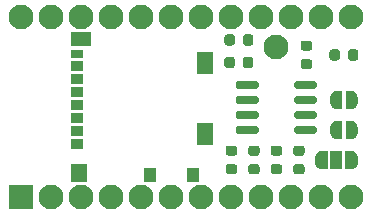
<source format=gbr>
%TF.GenerationSoftware,KiCad,Pcbnew,5.1.9+dfsg1-1~bpo10+1*%
%TF.CreationDate,Date%
%TF.ProjectId,LOG,4c4f472e-6b69-4636-9164-5f7063625858,v1.3*%
%TF.SameCoordinates,Original*%
%TF.FileFunction,Soldermask,Top*%
%TF.FilePolarity,Negative*%
%FSLAX46Y46*%
G04 Gerber Fmt 4.6, Leading zero omitted, Abs format (unit mm)*
G04 Created by KiCad*
%MOMM*%
%LPD*%
G01*
G04 APERTURE LIST*
%ADD10R,2.100000X2.100000*%
%ADD11C,2.100000*%
%ADD12C,0.100000*%
%ADD13R,1.000000X1.500000*%
%ADD14R,1.350000X1.900000*%
%ADD15R,1.000000X1.200000*%
%ADD16R,1.350000X1.550000*%
%ADD17R,1.800000X1.170000*%
%ADD18R,1.100000X0.850000*%
%ADD19R,1.100000X0.750000*%
G04 APERTURE END LIST*
%TO.C,C1*%
G36*
G01*
X18036250Y3525000D02*
X17523750Y3525000D01*
G75*
G02*
X17305000Y3743750I0J218750D01*
G01*
X17305000Y4181250D01*
G75*
G02*
X17523750Y4400000I218750J0D01*
G01*
X18036250Y4400000D01*
G75*
G02*
X18255000Y4181250I0J-218750D01*
G01*
X18255000Y3743750D01*
G75*
G02*
X18036250Y3525000I-218750J0D01*
G01*
G37*
G36*
G01*
X18036250Y1950000D02*
X17523750Y1950000D01*
G75*
G02*
X17305000Y2168750I0J218750D01*
G01*
X17305000Y2606250D01*
G75*
G02*
X17523750Y2825000I218750J0D01*
G01*
X18036250Y2825000D01*
G75*
G02*
X18255000Y2606250I0J-218750D01*
G01*
X18255000Y2168750D01*
G75*
G02*
X18036250Y1950000I-218750J0D01*
G01*
G37*
%TD*%
D10*
%TO.C,A1*%
X0Y0D03*
D11*
X2540000Y0D03*
X5080000Y0D03*
X27940000Y15240000D03*
X7620000Y0D03*
X25400000Y15240000D03*
X10160000Y0D03*
X22860000Y15240000D03*
X12700000Y0D03*
X20320000Y15240000D03*
X15240000Y0D03*
X17780000Y15240000D03*
X17780000Y0D03*
X15240000Y15240000D03*
X20320000Y0D03*
X12700000Y15240000D03*
X22860000Y0D03*
X10160000Y15240000D03*
X25400000Y0D03*
X7620000Y15240000D03*
X27940000Y0D03*
X5080000Y15240000D03*
X2540000Y15240000D03*
X0Y15240000D03*
%TD*%
%TO.C,R1*%
G36*
G01*
X27655000Y11808750D02*
X27655000Y12321250D01*
G75*
G02*
X27873750Y12540000I218750J0D01*
G01*
X28311250Y12540000D01*
G75*
G02*
X28530000Y12321250I0J-218750D01*
G01*
X28530000Y11808750D01*
G75*
G02*
X28311250Y11590000I-218750J0D01*
G01*
X27873750Y11590000D01*
G75*
G02*
X27655000Y11808750I0J218750D01*
G01*
G37*
G36*
G01*
X26080000Y11808750D02*
X26080000Y12321250D01*
G75*
G02*
X26298750Y12540000I218750J0D01*
G01*
X26736250Y12540000D01*
G75*
G02*
X26955000Y12321250I0J-218750D01*
G01*
X26955000Y11808750D01*
G75*
G02*
X26736250Y11590000I-218750J0D01*
G01*
X26298750Y11590000D01*
G75*
G02*
X26080000Y11808750I0J218750D01*
G01*
G37*
%TD*%
D12*
%TO.C,JP3*%
G36*
X27420000Y3925000D02*
G01*
X27970000Y3925000D01*
X27970000Y3924398D01*
X27994534Y3924398D01*
X28043365Y3919588D01*
X28091490Y3910016D01*
X28138445Y3895772D01*
X28183778Y3876995D01*
X28227051Y3853864D01*
X28267850Y3826604D01*
X28305779Y3795476D01*
X28340476Y3760779D01*
X28371604Y3722850D01*
X28398864Y3682051D01*
X28421995Y3638778D01*
X28440772Y3593445D01*
X28455016Y3546490D01*
X28464588Y3498365D01*
X28469398Y3449534D01*
X28469398Y3425000D01*
X28470000Y3425000D01*
X28470000Y2925000D01*
X28469398Y2925000D01*
X28469398Y2900466D01*
X28464588Y2851635D01*
X28455016Y2803510D01*
X28440772Y2756555D01*
X28421995Y2711222D01*
X28398864Y2667949D01*
X28371604Y2627150D01*
X28340476Y2589221D01*
X28305779Y2554524D01*
X28267850Y2523396D01*
X28227051Y2496136D01*
X28183778Y2473005D01*
X28138445Y2454228D01*
X28091490Y2439984D01*
X28043365Y2430412D01*
X27994534Y2425602D01*
X27970000Y2425602D01*
X27970000Y2425000D01*
X27420000Y2425000D01*
X27420000Y3925000D01*
G37*
D13*
X26670000Y3175000D03*
D12*
G36*
X25370000Y2425602D02*
G01*
X25345466Y2425602D01*
X25296635Y2430412D01*
X25248510Y2439984D01*
X25201555Y2454228D01*
X25156222Y2473005D01*
X25112949Y2496136D01*
X25072150Y2523396D01*
X25034221Y2554524D01*
X24999524Y2589221D01*
X24968396Y2627150D01*
X24941136Y2667949D01*
X24918005Y2711222D01*
X24899228Y2756555D01*
X24884984Y2803510D01*
X24875412Y2851635D01*
X24870602Y2900466D01*
X24870602Y2925000D01*
X24870000Y2925000D01*
X24870000Y3425000D01*
X24870602Y3425000D01*
X24870602Y3449534D01*
X24875412Y3498365D01*
X24884984Y3546490D01*
X24899228Y3593445D01*
X24918005Y3638778D01*
X24941136Y3682051D01*
X24968396Y3722850D01*
X24999524Y3760779D01*
X25034221Y3795476D01*
X25072150Y3826604D01*
X25112949Y3853864D01*
X25156222Y3876995D01*
X25201555Y3895772D01*
X25248510Y3910016D01*
X25296635Y3919588D01*
X25345466Y3924398D01*
X25370000Y3924398D01*
X25370000Y3925000D01*
X25920000Y3925000D01*
X25920000Y2425000D01*
X25370000Y2425000D01*
X25370000Y2425602D01*
G37*
%TD*%
%TO.C,D1*%
G36*
G01*
X18065000Y11686250D02*
X18065000Y11173750D01*
G75*
G02*
X17846250Y10955000I-218750J0D01*
G01*
X17408750Y10955000D01*
G75*
G02*
X17190000Y11173750I0J218750D01*
G01*
X17190000Y11686250D01*
G75*
G02*
X17408750Y11905000I218750J0D01*
G01*
X17846250Y11905000D01*
G75*
G02*
X18065000Y11686250I0J-218750D01*
G01*
G37*
G36*
G01*
X19640000Y11686250D02*
X19640000Y11173750D01*
G75*
G02*
X19421250Y10955000I-218750J0D01*
G01*
X18983750Y10955000D01*
G75*
G02*
X18765000Y11173750I0J218750D01*
G01*
X18765000Y11686250D01*
G75*
G02*
X18983750Y11905000I218750J0D01*
G01*
X19421250Y11905000D01*
G75*
G02*
X19640000Y11686250I0J-218750D01*
G01*
G37*
%TD*%
%TO.C,R4*%
G36*
G01*
X18065000Y13591250D02*
X18065000Y13078750D01*
G75*
G02*
X17846250Y12860000I-218750J0D01*
G01*
X17408750Y12860000D01*
G75*
G02*
X17190000Y13078750I0J218750D01*
G01*
X17190000Y13591250D01*
G75*
G02*
X17408750Y13810000I218750J0D01*
G01*
X17846250Y13810000D01*
G75*
G02*
X18065000Y13591250I0J-218750D01*
G01*
G37*
G36*
G01*
X19640000Y13591250D02*
X19640000Y13078750D01*
G75*
G02*
X19421250Y12860000I-218750J0D01*
G01*
X18983750Y12860000D01*
G75*
G02*
X18765000Y13078750I0J218750D01*
G01*
X18765000Y13591250D01*
G75*
G02*
X18983750Y13810000I218750J0D01*
G01*
X19421250Y13810000D01*
G75*
G02*
X19640000Y13591250I0J-218750D01*
G01*
G37*
%TD*%
%TO.C,R6*%
G36*
G01*
X21846250Y3525000D02*
X21333750Y3525000D01*
G75*
G02*
X21115000Y3743750I0J218750D01*
G01*
X21115000Y4181250D01*
G75*
G02*
X21333750Y4400000I218750J0D01*
G01*
X21846250Y4400000D01*
G75*
G02*
X22065000Y4181250I0J-218750D01*
G01*
X22065000Y3743750D01*
G75*
G02*
X21846250Y3525000I-218750J0D01*
G01*
G37*
G36*
G01*
X21846250Y1950000D02*
X21333750Y1950000D01*
G75*
G02*
X21115000Y2168750I0J218750D01*
G01*
X21115000Y2606250D01*
G75*
G02*
X21333750Y2825000I218750J0D01*
G01*
X21846250Y2825000D01*
G75*
G02*
X22065000Y2606250I0J-218750D01*
G01*
X22065000Y2168750D01*
G75*
G02*
X21846250Y1950000I-218750J0D01*
G01*
G37*
%TD*%
%TO.C,R5*%
G36*
G01*
X19941250Y3525000D02*
X19428750Y3525000D01*
G75*
G02*
X19210000Y3743750I0J218750D01*
G01*
X19210000Y4181250D01*
G75*
G02*
X19428750Y4400000I218750J0D01*
G01*
X19941250Y4400000D01*
G75*
G02*
X20160000Y4181250I0J-218750D01*
G01*
X20160000Y3743750D01*
G75*
G02*
X19941250Y3525000I-218750J0D01*
G01*
G37*
G36*
G01*
X19941250Y1950000D02*
X19428750Y1950000D01*
G75*
G02*
X19210000Y2168750I0J218750D01*
G01*
X19210000Y2606250D01*
G75*
G02*
X19428750Y2825000I218750J0D01*
G01*
X19941250Y2825000D01*
G75*
G02*
X20160000Y2606250I0J-218750D01*
G01*
X20160000Y2168750D01*
G75*
G02*
X19941250Y1950000I-218750J0D01*
G01*
G37*
%TD*%
%TO.C,R3*%
G36*
G01*
X23751250Y3525000D02*
X23238750Y3525000D01*
G75*
G02*
X23020000Y3743750I0J218750D01*
G01*
X23020000Y4181250D01*
G75*
G02*
X23238750Y4400000I218750J0D01*
G01*
X23751250Y4400000D01*
G75*
G02*
X23970000Y4181250I0J-218750D01*
G01*
X23970000Y3743750D01*
G75*
G02*
X23751250Y3525000I-218750J0D01*
G01*
G37*
G36*
G01*
X23751250Y1950000D02*
X23238750Y1950000D01*
G75*
G02*
X23020000Y2168750I0J218750D01*
G01*
X23020000Y2606250D01*
G75*
G02*
X23238750Y2825000I218750J0D01*
G01*
X23751250Y2825000D01*
G75*
G02*
X23970000Y2606250I0J-218750D01*
G01*
X23970000Y2168750D01*
G75*
G02*
X23751250Y1950000I-218750J0D01*
G01*
G37*
%TD*%
%TO.C,R2*%
G36*
G01*
X24386250Y12415000D02*
X23873750Y12415000D01*
G75*
G02*
X23655000Y12633750I0J218750D01*
G01*
X23655000Y13071250D01*
G75*
G02*
X23873750Y13290000I218750J0D01*
G01*
X24386250Y13290000D01*
G75*
G02*
X24605000Y13071250I0J-218750D01*
G01*
X24605000Y12633750D01*
G75*
G02*
X24386250Y12415000I-218750J0D01*
G01*
G37*
G36*
G01*
X24386250Y10840000D02*
X23873750Y10840000D01*
G75*
G02*
X23655000Y11058750I0J218750D01*
G01*
X23655000Y11496250D01*
G75*
G02*
X23873750Y11715000I218750J0D01*
G01*
X24386250Y11715000D01*
G75*
G02*
X24605000Y11496250I0J-218750D01*
G01*
X24605000Y11058750D01*
G75*
G02*
X24386250Y10840000I-218750J0D01*
G01*
G37*
%TD*%
%TO.C,JP1*%
G36*
X27955000Y6464398D02*
G01*
X27979534Y6464398D01*
X28028365Y6459588D01*
X28076490Y6450016D01*
X28123445Y6435772D01*
X28168778Y6416995D01*
X28212051Y6393864D01*
X28252850Y6366604D01*
X28290779Y6335476D01*
X28325476Y6300779D01*
X28356604Y6262850D01*
X28383864Y6222051D01*
X28406995Y6178778D01*
X28425772Y6133445D01*
X28440016Y6086490D01*
X28449588Y6038365D01*
X28454398Y5989534D01*
X28454398Y5965000D01*
X28455000Y5965000D01*
X28455000Y5465000D01*
X28454398Y5465000D01*
X28454398Y5440466D01*
X28449588Y5391635D01*
X28440016Y5343510D01*
X28425772Y5296555D01*
X28406995Y5251222D01*
X28383864Y5207949D01*
X28356604Y5167150D01*
X28325476Y5129221D01*
X28290779Y5094524D01*
X28252850Y5063396D01*
X28212051Y5036136D01*
X28168778Y5013005D01*
X28123445Y4994228D01*
X28076490Y4979984D01*
X28028365Y4970412D01*
X27979534Y4965602D01*
X27955000Y4965602D01*
X27955000Y4965000D01*
X27455000Y4965000D01*
X27455000Y6465000D01*
X27955000Y6465000D01*
X27955000Y6464398D01*
G37*
G36*
X27155000Y4965000D02*
G01*
X26655000Y4965000D01*
X26655000Y4965602D01*
X26630466Y4965602D01*
X26581635Y4970412D01*
X26533510Y4979984D01*
X26486555Y4994228D01*
X26441222Y5013005D01*
X26397949Y5036136D01*
X26357150Y5063396D01*
X26319221Y5094524D01*
X26284524Y5129221D01*
X26253396Y5167150D01*
X26226136Y5207949D01*
X26203005Y5251222D01*
X26184228Y5296555D01*
X26169984Y5343510D01*
X26160412Y5391635D01*
X26155602Y5440466D01*
X26155602Y5465000D01*
X26155000Y5465000D01*
X26155000Y5965000D01*
X26155602Y5965000D01*
X26155602Y5989534D01*
X26160412Y6038365D01*
X26169984Y6086490D01*
X26184228Y6133445D01*
X26203005Y6178778D01*
X26226136Y6222051D01*
X26253396Y6262850D01*
X26284524Y6300779D01*
X26319221Y6335476D01*
X26357150Y6366604D01*
X26397949Y6393864D01*
X26441222Y6416995D01*
X26486555Y6435772D01*
X26533510Y6450016D01*
X26581635Y6459588D01*
X26630466Y6464398D01*
X26655000Y6464398D01*
X26655000Y6465000D01*
X27155000Y6465000D01*
X27155000Y4965000D01*
G37*
%TD*%
%TO.C,JP2*%
G36*
X27955000Y9004398D02*
G01*
X27979534Y9004398D01*
X28028365Y8999588D01*
X28076490Y8990016D01*
X28123445Y8975772D01*
X28168778Y8956995D01*
X28212051Y8933864D01*
X28252850Y8906604D01*
X28290779Y8875476D01*
X28325476Y8840779D01*
X28356604Y8802850D01*
X28383864Y8762051D01*
X28406995Y8718778D01*
X28425772Y8673445D01*
X28440016Y8626490D01*
X28449588Y8578365D01*
X28454398Y8529534D01*
X28454398Y8505000D01*
X28455000Y8505000D01*
X28455000Y8005000D01*
X28454398Y8005000D01*
X28454398Y7980466D01*
X28449588Y7931635D01*
X28440016Y7883510D01*
X28425772Y7836555D01*
X28406995Y7791222D01*
X28383864Y7747949D01*
X28356604Y7707150D01*
X28325476Y7669221D01*
X28290779Y7634524D01*
X28252850Y7603396D01*
X28212051Y7576136D01*
X28168778Y7553005D01*
X28123445Y7534228D01*
X28076490Y7519984D01*
X28028365Y7510412D01*
X27979534Y7505602D01*
X27955000Y7505602D01*
X27955000Y7505000D01*
X27455000Y7505000D01*
X27455000Y9005000D01*
X27955000Y9005000D01*
X27955000Y9004398D01*
G37*
G36*
X27155000Y7505000D02*
G01*
X26655000Y7505000D01*
X26655000Y7505602D01*
X26630466Y7505602D01*
X26581635Y7510412D01*
X26533510Y7519984D01*
X26486555Y7534228D01*
X26441222Y7553005D01*
X26397949Y7576136D01*
X26357150Y7603396D01*
X26319221Y7634524D01*
X26284524Y7669221D01*
X26253396Y7707150D01*
X26226136Y7747949D01*
X26203005Y7791222D01*
X26184228Y7836555D01*
X26169984Y7883510D01*
X26160412Y7931635D01*
X26155602Y7980466D01*
X26155602Y8005000D01*
X26155000Y8005000D01*
X26155000Y8505000D01*
X26155602Y8505000D01*
X26155602Y8529534D01*
X26160412Y8578365D01*
X26169984Y8626490D01*
X26184228Y8673445D01*
X26203005Y8718778D01*
X26226136Y8762051D01*
X26253396Y8802850D01*
X26284524Y8840779D01*
X26319221Y8875476D01*
X26357150Y8906604D01*
X26397949Y8933864D01*
X26441222Y8956995D01*
X26486555Y8975772D01*
X26533510Y8990016D01*
X26581635Y8999588D01*
X26630466Y9004398D01*
X26655000Y9004398D01*
X26655000Y9005000D01*
X27155000Y9005000D01*
X27155000Y7505000D01*
G37*
%TD*%
%TO.C,U1*%
G36*
G01*
X20090000Y5865000D02*
X20090000Y5565000D01*
G75*
G02*
X19940000Y5415000I-150000J0D01*
G01*
X18290000Y5415000D01*
G75*
G02*
X18140000Y5565000I0J150000D01*
G01*
X18140000Y5865000D01*
G75*
G02*
X18290000Y6015000I150000J0D01*
G01*
X19940000Y6015000D01*
G75*
G02*
X20090000Y5865000I0J-150000D01*
G01*
G37*
G36*
G01*
X20090000Y7135000D02*
X20090000Y6835000D01*
G75*
G02*
X19940000Y6685000I-150000J0D01*
G01*
X18290000Y6685000D01*
G75*
G02*
X18140000Y6835000I0J150000D01*
G01*
X18140000Y7135000D01*
G75*
G02*
X18290000Y7285000I150000J0D01*
G01*
X19940000Y7285000D01*
G75*
G02*
X20090000Y7135000I0J-150000D01*
G01*
G37*
G36*
G01*
X20090000Y8405000D02*
X20090000Y8105000D01*
G75*
G02*
X19940000Y7955000I-150000J0D01*
G01*
X18290000Y7955000D01*
G75*
G02*
X18140000Y8105000I0J150000D01*
G01*
X18140000Y8405000D01*
G75*
G02*
X18290000Y8555000I150000J0D01*
G01*
X19940000Y8555000D01*
G75*
G02*
X20090000Y8405000I0J-150000D01*
G01*
G37*
G36*
G01*
X20090000Y9675000D02*
X20090000Y9375000D01*
G75*
G02*
X19940000Y9225000I-150000J0D01*
G01*
X18290000Y9225000D01*
G75*
G02*
X18140000Y9375000I0J150000D01*
G01*
X18140000Y9675000D01*
G75*
G02*
X18290000Y9825000I150000J0D01*
G01*
X19940000Y9825000D01*
G75*
G02*
X20090000Y9675000I0J-150000D01*
G01*
G37*
G36*
G01*
X25040000Y9675000D02*
X25040000Y9375000D01*
G75*
G02*
X24890000Y9225000I-150000J0D01*
G01*
X23240000Y9225000D01*
G75*
G02*
X23090000Y9375000I0J150000D01*
G01*
X23090000Y9675000D01*
G75*
G02*
X23240000Y9825000I150000J0D01*
G01*
X24890000Y9825000D01*
G75*
G02*
X25040000Y9675000I0J-150000D01*
G01*
G37*
G36*
G01*
X25040000Y8405000D02*
X25040000Y8105000D01*
G75*
G02*
X24890000Y7955000I-150000J0D01*
G01*
X23240000Y7955000D01*
G75*
G02*
X23090000Y8105000I0J150000D01*
G01*
X23090000Y8405000D01*
G75*
G02*
X23240000Y8555000I150000J0D01*
G01*
X24890000Y8555000D01*
G75*
G02*
X25040000Y8405000I0J-150000D01*
G01*
G37*
G36*
G01*
X25040000Y7135000D02*
X25040000Y6835000D01*
G75*
G02*
X24890000Y6685000I-150000J0D01*
G01*
X23240000Y6685000D01*
G75*
G02*
X23090000Y6835000I0J150000D01*
G01*
X23090000Y7135000D01*
G75*
G02*
X23240000Y7285000I150000J0D01*
G01*
X24890000Y7285000D01*
G75*
G02*
X25040000Y7135000I0J-150000D01*
G01*
G37*
G36*
G01*
X25040000Y5865000D02*
X25040000Y5565000D01*
G75*
G02*
X24890000Y5415000I-150000J0D01*
G01*
X23240000Y5415000D01*
G75*
G02*
X23090000Y5565000I0J150000D01*
G01*
X23090000Y5865000D01*
G75*
G02*
X23240000Y6015000I150000J0D01*
G01*
X24890000Y6015000D01*
G75*
G02*
X25040000Y5865000I0J-150000D01*
G01*
G37*
%TD*%
D11*
%TO.C,TP1*%
X21590000Y12700000D03*
%TD*%
D14*
%TO.C,J1*%
X15535000Y11350000D03*
X15535000Y5380000D03*
D15*
X10860000Y1880000D03*
X14560000Y1880000D03*
D16*
X4835000Y2055000D03*
D17*
X5060000Y13375000D03*
D18*
X4710000Y11115000D03*
X4710000Y10015000D03*
X4710000Y8915000D03*
X4710000Y7815000D03*
X4710000Y6715000D03*
X4710000Y5615000D03*
D19*
X4710000Y12165000D03*
D18*
X4710000Y4515000D03*
%TD*%
M02*

</source>
